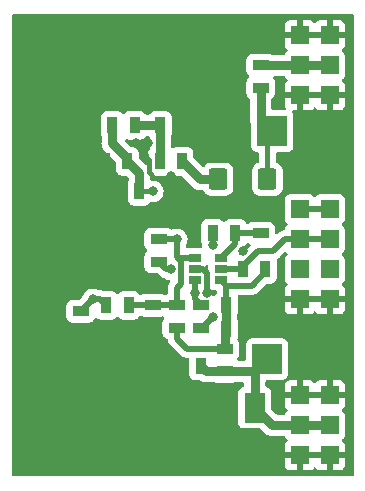
<source format=gbr>
%TF.GenerationSoftware,KiCad,Pcbnew,7.0.5.1-1-g8f565ef7f0-dirty-deb11*%
%TF.CreationDate,2023-07-10T01:40:10+00:00*%
%TF.ProjectId,SIPM02,5349504d-3032-42e6-9b69-6361645f7063,rev?*%
%TF.SameCoordinates,Original*%
%TF.FileFunction,Copper,L2,Bot*%
%TF.FilePolarity,Positive*%
%FSLAX46Y46*%
G04 Gerber Fmt 4.6, Leading zero omitted, Abs format (unit mm)*
G04 Created by KiCad (PCBNEW 7.0.5.1-1-g8f565ef7f0-dirty-deb11) date 2023-07-10 01:40:10*
%MOMM*%
%LPD*%
G01*
G04 APERTURE LIST*
G04 Aperture macros list*
%AMRoundRect*
0 Rectangle with rounded corners*
0 $1 Rounding radius*
0 $2 $3 $4 $5 $6 $7 $8 $9 X,Y pos of 4 corners*
0 Add a 4 corners polygon primitive as box body*
4,1,4,$2,$3,$4,$5,$6,$7,$8,$9,$2,$3,0*
0 Add four circle primitives for the rounded corners*
1,1,$1+$1,$2,$3*
1,1,$1+$1,$4,$5*
1,1,$1+$1,$6,$7*
1,1,$1+$1,$8,$9*
0 Add four rect primitives between the rounded corners*
20,1,$1+$1,$2,$3,$4,$5,0*
20,1,$1+$1,$4,$5,$6,$7,0*
20,1,$1+$1,$6,$7,$8,$9,0*
20,1,$1+$1,$8,$9,$2,$3,0*%
%AMOutline4P*
0 Free polygon, 4 corners , with rotation*
0 The origin of the aperture is its center*
0 number of corners: always 4*
0 $1 to $8 corner X, Y*
0 $9 Rotation angle, in degrees counterclockwise*
0 create outline with 4 corners*
4,1,4,$1,$2,$3,$4,$5,$6,$7,$8,$1,$2,$9*%
G04 Aperture macros list end*
%TA.AperFunction,ComponentPad*%
%ADD10C,6.000000*%
%TD*%
%TA.AperFunction,ComponentPad*%
%ADD11R,1.524000X1.524000*%
%TD*%
%TA.AperFunction,SMDPad,CuDef*%
%ADD12R,0.889000X1.397000*%
%TD*%
%TA.AperFunction,SMDPad,CuDef*%
%ADD13R,1.397000X0.889000*%
%TD*%
%TA.AperFunction,SMDPad,CuDef*%
%ADD14R,1.800000X2.500000*%
%TD*%
%TA.AperFunction,SMDPad,CuDef*%
%ADD15R,2.550160X2.499360*%
%TD*%
%TA.AperFunction,SMDPad,CuDef*%
%ADD16RoundRect,0.250000X0.537500X0.650000X-0.537500X0.650000X-0.537500X-0.650000X0.537500X-0.650000X0*%
%TD*%
%TA.AperFunction,SMDPad,CuDef*%
%ADD17Outline4P,-0.750000X-1.500000X0.750000X-1.500000X0.750000X1.500000X-0.750000X1.500000X180.000000*%
%TD*%
%TA.AperFunction,SMDPad,CuDef*%
%ADD18RoundRect,0.250425X0.537075X0.649575X-0.537075X0.649575X-0.537075X-0.649575X0.537075X-0.649575X0*%
%TD*%
%TA.AperFunction,SMDPad,CuDef*%
%ADD19R,1.060000X0.650000*%
%TD*%
%TA.AperFunction,ViaPad*%
%ADD20C,0.800000*%
%TD*%
%TA.AperFunction,Conductor*%
%ADD21C,0.800000*%
%TD*%
%TA.AperFunction,Conductor*%
%ADD22C,0.400000*%
%TD*%
%TA.AperFunction,Conductor*%
%ADD23C,0.500000*%
%TD*%
G04 APERTURE END LIST*
D10*
%TO.P,M2,1*%
%TO.N,GND*%
X5207000Y5080000D03*
%TD*%
%TO.P,M3,1*%
%TO.N,GND*%
X5207000Y35560000D03*
%TD*%
D11*
%TO.P,J10,1*%
%TO.N,/#PD*%
X25273000Y20828000D03*
%TO.P,J10,2*%
X27813000Y20828000D03*
%TD*%
%TO.P,J8,1*%
%TO.N,/OUT*%
X25273000Y18288000D03*
%TO.P,J8,2*%
X27813000Y18288000D03*
%TD*%
%TO.P,J4,1*%
%TO.N,GND*%
X25273000Y2540000D03*
%TO.P,J4,2*%
X27813000Y2540000D03*
%TD*%
%TO.P,J9,1*%
%TO.N,GND*%
X25273000Y15748000D03*
%TO.P,J9,2*%
X27813000Y15748000D03*
%TD*%
%TO.P,J1,1*%
%TO.N,GND*%
X25273000Y33020000D03*
%TO.P,J1,2*%
X27813000Y33020000D03*
%TD*%
%TO.P,J2,1*%
%TO.N,+28V*%
X25273000Y35560000D03*
%TO.P,J2,2*%
X27813000Y35560000D03*
%TD*%
%TO.P,J3,1*%
%TO.N,GND*%
X25273000Y38100000D03*
%TO.P,J3,2*%
X27813000Y38100000D03*
%TD*%
%TO.P,J5,1*%
%TO.N,/+3V6*%
X27813000Y5080000D03*
%TO.P,J5,2*%
X25273000Y5080000D03*
%TD*%
%TO.P,J6,1*%
%TO.N,GND*%
X27813000Y7620000D03*
%TO.P,J6,2*%
X25273000Y7620000D03*
%TD*%
%TO.P,J7,1*%
%TO.N,/DIRECT_OUT*%
X25273000Y23368000D03*
%TO.P,J7,2*%
X27813000Y23368000D03*
%TD*%
D10*
%TO.P,M1,1*%
%TO.N,GND*%
X15367000Y5080000D03*
%TD*%
%TO.P,M4,1*%
%TO.N,GND*%
X15367000Y35560000D03*
%TD*%
D12*
%TO.P,C5,1*%
%TO.N,Net-(C5-Pad1)*%
X13462000Y30480000D03*
%TO.P,C5,2*%
%TO.N,GND*%
X15367000Y30480000D03*
%TD*%
%TO.P,R10,1*%
%TO.N,Net-(R10-Pad1)*%
X17907000Y21336000D03*
%TO.P,R10,2*%
%TO.N,Net-(R10-Pad2)*%
X19812000Y21336000D03*
%TD*%
D13*
%TO.P,R3,1*%
%TO.N,+3V3*%
X18923000Y11557000D03*
%TO.P,R3,2*%
%TO.N,/+3V6*%
X18923000Y9652000D03*
%TD*%
D12*
%TO.P,C4,1*%
%TO.N,/+3V6*%
X16891000Y10096500D03*
%TO.P,C4,2*%
%TO.N,GND*%
X14986000Y10096500D03*
%TD*%
D14*
%TO.P,D1,1,K*%
%TO.N,/+3V6*%
X21463000Y6572000D03*
%TO.P,D1,2,A*%
%TO.N,GND*%
X21463000Y2572000D03*
%TD*%
D12*
%TO.P,C7,1*%
%TO.N,+3V3*%
X19050000Y13208000D03*
%TO.P,C7,2*%
%TO.N,GND*%
X20955000Y13208000D03*
%TD*%
D15*
%TO.P,C3,1*%
%TO.N,/+3V6*%
X22494240Y10668000D03*
%TO.P,C3,2*%
%TO.N,GND*%
X27543760Y10668000D03*
%TD*%
D12*
%TO.P,C8,1*%
%TO.N,+3V3*%
X19050000Y15240000D03*
%TO.P,C8,2*%
%TO.N,GND*%
X20955000Y15240000D03*
%TD*%
%TO.P,R2,1*%
%TO.N,Net-(C5-Pad1)*%
X13398500Y27432000D03*
%TO.P,R2,2*%
%TO.N,Net-(C2-Pad3)*%
X15303500Y27432000D03*
%TD*%
%TO.P,C6,1*%
%TO.N,Net-(C6-Pad1)*%
X10668000Y27432000D03*
%TO.P,C6,2*%
%TO.N,GND*%
X8763000Y27432000D03*
%TD*%
D15*
%TO.P,C1,1*%
%TO.N,Net-(C1-Pad1)*%
X22956520Y29987240D03*
%TO.P,C1,2*%
%TO.N,GND*%
X17907000Y29987240D03*
%TD*%
D16*
%TO.P,C2,1,1*%
%TO.N,Net-(C1-Pad1)*%
X22534500Y25908000D03*
D17*
%TO.P,C2,2,2*%
%TO.N,GND*%
X20447000Y25908000D03*
D18*
%TO.P,C2,3,3*%
%TO.N,Net-(C2-Pad3)*%
X18359500Y25908000D03*
%TD*%
D12*
%TO.P,C9,1*%
%TO.N,Net-(C6-Pad1)*%
X11684000Y24892000D03*
%TO.P,C9,2*%
%TO.N,GND*%
X9779000Y24892000D03*
%TD*%
%TO.P,C10,1*%
%TO.N,/DIRECT_OUT*%
X10795000Y15240000D03*
%TO.P,C10,2*%
%TO.N,Net-(C10-Pad2)*%
X8890000Y15240000D03*
%TD*%
D13*
%TO.P,R1,1*%
%TO.N,Net-(C1-Pad1)*%
X21971000Y33655000D03*
%TO.P,R1,2*%
%TO.N,+28V*%
X21971000Y35560000D03*
%TD*%
D12*
%TO.P,R4,1*%
%TO.N,Net-(C6-Pad1)*%
X9398000Y30480000D03*
%TO.P,R4,2*%
%TO.N,Net-(C5-Pad1)*%
X11303000Y30480000D03*
%TD*%
D13*
%TO.P,R5,1*%
%TO.N,GND*%
X6731000Y12827000D03*
%TO.P,R5,2*%
%TO.N,Net-(C10-Pad2)*%
X6731000Y14732000D03*
%TD*%
%TO.P,R6,1*%
%TO.N,Net-(R6-Pad1)*%
X13335000Y18923000D03*
%TO.P,R6,2*%
%TO.N,/DIRECT_OUT*%
X13335000Y20828000D03*
%TD*%
%TO.P,R7,1*%
%TO.N,+3V3*%
X14859000Y13335000D03*
%TO.P,R7,2*%
%TO.N,/DIRECT_OUT*%
X14859000Y15240000D03*
%TD*%
%TO.P,R8,1*%
%TO.N,/DIRECT_OUT*%
X12827000Y15240000D03*
%TO.P,R8,2*%
%TO.N,GND*%
X12827000Y13335000D03*
%TD*%
%TO.P,R9,1*%
%TO.N,Net-(R10-Pad2)*%
X21971000Y21336000D03*
%TO.P,R9,2*%
%TO.N,GND*%
X21971000Y23241000D03*
%TD*%
D12*
%TO.P,R11,1*%
%TO.N,+3V3*%
X22352000Y18288000D03*
%TO.P,R11,2*%
%TO.N,/#PD*%
X20447000Y18288000D03*
%TD*%
D13*
%TO.P,R12,1*%
%TO.N,/OUT*%
X16891000Y13335000D03*
%TO.P,R12,2*%
%TO.N,Net-(R10-Pad1)*%
X16891000Y15240000D03*
%TD*%
D19*
%TO.P,U2,1*%
%TO.N,Net-(R10-Pad1)*%
X16383000Y17338000D03*
%TO.P,U2,2,V-*%
%TO.N,GND*%
X16383000Y18288000D03*
%TO.P,U2,3,+*%
%TO.N,/DIRECT_OUT*%
X16383000Y19238000D03*
%TO.P,U2,4,-*%
%TO.N,Net-(R10-Pad2)*%
X18583000Y19238000D03*
%TO.P,U2,5,~{DIS}*%
%TO.N,/#PD*%
X18583000Y18288000D03*
%TO.P,U2,6,V+*%
%TO.N,+3V3*%
X18583000Y17338000D03*
%TD*%
D20*
%TO.N,GND*%
X6096000Y26670000D03*
X7239000Y28448000D03*
X12827000Y11684000D03*
X16256000Y24384000D03*
X9271000Y33020000D03*
X10287000Y10160000D03*
X12065000Y27940000D03*
X10795000Y33020000D03*
X8763000Y13208000D03*
X20955000Y38100000D03*
X28067000Y25908000D03*
X22987000Y16256000D03*
X18415000Y23368000D03*
X7239000Y30988000D03*
X14351000Y26162000D03*
X10287000Y13208000D03*
X26035000Y13208000D03*
X11430000Y28956000D03*
X27559000Y13208000D03*
X16383000Y23368000D03*
X17399000Y16284502D03*
X26035000Y25908000D03*
X22987000Y13208000D03*
X7239000Y29464000D03*
X22987000Y14732000D03*
X20447000Y19812000D03*
X28067000Y27432000D03*
X24511000Y13208000D03*
X16383000Y22352000D03*
X7239000Y10160000D03*
X5715000Y10160000D03*
X6096000Y27813000D03*
X8763000Y10160000D03*
X22987000Y38100000D03*
X12446000Y28956000D03*
X26035000Y27432000D03*
X11811000Y10160000D03*
X13335000Y10160000D03*
X7239000Y27432000D03*
X28067000Y29464000D03*
X28067000Y30988000D03*
X26035000Y30988000D03*
X19431000Y36068000D03*
X7239000Y26543000D03*
X19431000Y34544000D03*
X19431000Y32512000D03*
X26035000Y29464000D03*
X19939000Y23368000D03*
X19431000Y38100000D03*
%TO.N,Net-(C6-Pad1)*%
X12827000Y24892000D03*
%TO.N,/DIRECT_OUT*%
X14859000Y20828000D03*
%TO.N,Net-(C10-Pad2)*%
X7747000Y15748000D03*
%TO.N,/OUT*%
X17907000Y14224000D03*
%TO.N,Net-(R6-Pad1)*%
X14351000Y18288000D03*
%TO.N,Net-(R10-Pad1)*%
X17907000Y20320000D03*
X16383000Y16256000D03*
%TD*%
D21*
%TO.N,Net-(C1-Pad1)*%
X22534500Y29565220D02*
X22956520Y29987240D01*
X21971000Y33655000D02*
X21971000Y30972760D01*
D22*
X22534500Y25908000D02*
X22534500Y29565220D01*
D21*
X21971000Y30972760D02*
X22956520Y29987240D01*
D23*
%TO.N,GND*%
X17098002Y18288000D02*
X17399000Y17987002D01*
X13398500Y10096500D02*
X13335000Y10160000D01*
X22987000Y14732000D02*
X22987000Y16256000D01*
D22*
X14351000Y26162000D02*
X14224000Y26035000D01*
X14224000Y26035000D02*
X12933380Y26035000D01*
D23*
X11811000Y10160000D02*
X10287000Y10160000D01*
D22*
X12483520Y27521480D02*
X12065000Y27940000D01*
D23*
X17399000Y17987002D02*
X17399000Y16284502D01*
X21971000Y23241000D02*
X20066000Y23241000D01*
X17907000Y30988000D02*
X19431000Y32512000D01*
X17907000Y29987240D02*
X17907000Y30988000D01*
X14986000Y10096500D02*
X13398500Y10096500D01*
X7239000Y27432000D02*
X7239000Y28448000D01*
X18415000Y23368000D02*
X16383000Y23368000D01*
X16383000Y18288000D02*
X17098002Y18288000D01*
X20066000Y23241000D02*
X19939000Y23368000D01*
D22*
X12483520Y26484860D02*
X12483520Y27521480D01*
D23*
X19431000Y34544000D02*
X19431000Y36068000D01*
X26035000Y13208000D02*
X24511000Y13208000D01*
X7239000Y28448000D02*
X7239000Y29464000D01*
X27543760Y10668000D02*
X27543760Y13192760D01*
X27543760Y13192760D02*
X27559000Y13208000D01*
X20955000Y13208000D02*
X22987000Y13208000D01*
X8763000Y27432000D02*
X7239000Y27432000D01*
D22*
X12933380Y26035000D02*
X12483520Y26484860D01*
D23*
X8763000Y10160000D02*
X7239000Y10160000D01*
D21*
%TO.N,Net-(C2-Pad3)*%
X16827500Y25908000D02*
X15303500Y27432000D01*
X18359500Y25908000D02*
X16827500Y25908000D01*
%TO.N,/+3V6*%
X21478240Y9652000D02*
X22494240Y10668000D01*
X25273000Y5080000D02*
X22955000Y5080000D01*
X17335500Y9652000D02*
X16891000Y10096500D01*
X21463000Y6572000D02*
X21463000Y9636760D01*
X22955000Y5080000D02*
X21463000Y6572000D01*
X18923000Y9652000D02*
X17335500Y9652000D01*
X21463000Y9636760D02*
X22494240Y10668000D01*
X18923000Y9652000D02*
X21478240Y9652000D01*
X27813000Y5080000D02*
X25273000Y5080000D01*
%TO.N,Net-(C5-Pad1)*%
X11303000Y30480000D02*
X13462000Y30480000D01*
X13462000Y30480000D02*
X13462000Y27495500D01*
X13462000Y27495500D02*
X13398500Y27432000D01*
%TO.N,Net-(C6-Pad1)*%
X10668000Y27686000D02*
X10668000Y27432000D01*
X10668000Y27432000D02*
X11684000Y26416000D01*
X9398000Y28956000D02*
X10668000Y27686000D01*
D22*
X12827000Y24892000D02*
X11684000Y24892000D01*
D21*
X9398000Y30480000D02*
X9398000Y28956000D01*
X11684000Y26416000D02*
X11684000Y24892000D01*
%TO.N,+3V3*%
X18923000Y13081000D02*
X19050000Y13208000D01*
D23*
X19050000Y16871000D02*
X21189000Y16871000D01*
X21189000Y16871000D02*
X22352000Y18034000D01*
X19050000Y15240000D02*
X19050000Y16871000D01*
D21*
X19050000Y13208000D02*
X19050000Y15240000D01*
D23*
X22352000Y18034000D02*
X22352000Y18288000D01*
X17724500Y11557000D02*
X18923000Y11557000D01*
X19050000Y16871000D02*
X18583000Y17338000D01*
D21*
X18923000Y11557000D02*
X18923000Y13081000D01*
D23*
X15692500Y11557000D02*
X17724500Y11557000D01*
X14859000Y12390500D02*
X15692500Y11557000D01*
X14859000Y13335000D02*
X14859000Y12390500D01*
%TO.N,/DIRECT_OUT*%
X12827000Y15240000D02*
X14859000Y15240000D01*
X10795000Y15240000D02*
X12827000Y15240000D01*
X15201001Y17034501D02*
X15201001Y18961999D01*
X14859000Y20828000D02*
X14859000Y19304000D01*
X13335000Y20828000D02*
X14859000Y20828000D01*
X14859000Y15240000D02*
X14859000Y16692500D01*
X14925000Y19238000D02*
X14859000Y19304000D01*
X27813000Y23368000D02*
X25273000Y23368000D01*
X16383000Y19238000D02*
X14925000Y19238000D01*
X15201001Y18961999D02*
X14859000Y19304000D01*
X14859000Y16692500D02*
X15201001Y17034501D01*
%TO.N,Net-(C10-Pad2)*%
X7747000Y15748000D02*
X8382000Y15748000D01*
X8382000Y15748000D02*
X8890000Y15240000D01*
X6731000Y14732000D02*
X7747000Y15748000D01*
D21*
%TO.N,+28V*%
X27813000Y35560000D02*
X25273000Y35560000D01*
X25273000Y35560000D02*
X21971000Y35560000D01*
D23*
%TO.N,/OUT*%
X16891000Y13335000D02*
X17018000Y13335000D01*
X17018000Y13335000D02*
X17907000Y14224000D01*
%TO.N,/#PD*%
X21709000Y19804000D02*
X22987000Y19804000D01*
X20447000Y18288000D02*
X20447000Y18542000D01*
X25273000Y20828000D02*
X24011000Y20828000D01*
X20447000Y18542000D02*
X21709000Y19804000D01*
X27813000Y20828000D02*
X25273000Y20828000D01*
X18583000Y18288000D02*
X20447000Y18288000D01*
X24011000Y20828000D02*
X22987000Y19804000D01*
%TO.N,Net-(R6-Pad1)*%
X13970000Y18288000D02*
X13335000Y18923000D01*
X14351000Y18288000D02*
X13970000Y18288000D01*
%TO.N,Net-(R10-Pad2)*%
X19812000Y20467000D02*
X19812000Y21336000D01*
X19812000Y21336000D02*
X21971000Y21336000D01*
X18583000Y19238000D02*
X19812000Y20467000D01*
%TO.N,Net-(R10-Pad1)*%
X16383000Y15748000D02*
X16891000Y15240000D01*
X16383000Y17338000D02*
X16383000Y16256000D01*
X17907000Y20320000D02*
X17907000Y21336000D01*
X16383000Y16256000D02*
X16383000Y15748000D01*
%TD*%
%TA.AperFunction,Conductor*%
%TO.N,GND*%
G36*
X27394553Y2704228D02*
G01*
X27364736Y2573593D01*
X27374749Y2439972D01*
X27423703Y2315240D01*
X27447021Y2286000D01*
X25639618Y2286000D01*
X25691447Y2375772D01*
X25721264Y2506407D01*
X25711251Y2640028D01*
X25662297Y2764760D01*
X25638979Y2794000D01*
X27446382Y2794000D01*
X27394553Y2704228D01*
G37*
%TD.AperFunction*%
%TA.AperFunction,Conductor*%
G36*
X27394553Y7784228D02*
G01*
X27364736Y7653593D01*
X27374749Y7519972D01*
X27423703Y7395240D01*
X27447021Y7366000D01*
X25639618Y7366000D01*
X25691447Y7455772D01*
X25721264Y7586407D01*
X25711251Y7720028D01*
X25662297Y7844760D01*
X25638979Y7874000D01*
X27446382Y7874000D01*
X27394553Y7784228D01*
G37*
%TD.AperFunction*%
%TA.AperFunction,Conductor*%
G36*
X27394553Y15912228D02*
G01*
X27364736Y15781593D01*
X27374749Y15647972D01*
X27423703Y15523240D01*
X27447021Y15494000D01*
X25639618Y15494000D01*
X25691447Y15583772D01*
X25721264Y15714407D01*
X25711251Y15848028D01*
X25662297Y15972760D01*
X25638979Y16002000D01*
X27446382Y16002000D01*
X27394553Y15912228D01*
G37*
%TD.AperFunction*%
%TA.AperFunction,Conductor*%
G36*
X17543389Y16836179D02*
G01*
X17593589Y16785975D01*
X17601054Y16769629D01*
X17602110Y16766797D01*
X17602112Y16766792D01*
X17689738Y16649738D01*
X17806792Y16562112D01*
X17806797Y16562110D01*
X17943795Y16511011D01*
X17943803Y16511009D01*
X18004350Y16504500D01*
X18004362Y16504500D01*
X18142291Y16504500D01*
X18210412Y16484498D01*
X18256905Y16430842D01*
X18267009Y16360568D01*
X18243159Y16302991D01*
X18154612Y16184707D01*
X18154611Y16184704D01*
X18129444Y16117231D01*
X18086897Y16060396D01*
X18020376Y16035586D01*
X17951002Y16050678D01*
X17935885Y16060393D01*
X17835704Y16135389D01*
X17703377Y16184745D01*
X17698704Y16186488D01*
X17698703Y16186488D01*
X17698701Y16186489D01*
X17698699Y16186489D01*
X17698696Y16186490D01*
X17638149Y16192999D01*
X17638145Y16192999D01*
X17638138Y16193000D01*
X17638132Y16193000D01*
X17416577Y16193000D01*
X17348456Y16213002D01*
X17301963Y16266658D01*
X17291267Y16305830D01*
X17277114Y16440489D01*
X17276542Y16445928D01*
X17250350Y16526534D01*
X17248323Y16597502D01*
X17273178Y16640789D01*
X17270861Y16642525D01*
X17363887Y16766792D01*
X17363889Y16766797D01*
X17364946Y16769629D01*
X17366755Y16772045D01*
X17368205Y16774701D01*
X17368586Y16774492D01*
X17407494Y16826463D01*
X17474015Y16851272D01*
X17543389Y16836179D01*
G37*
%TD.AperFunction*%
%TA.AperFunction,Conductor*%
G36*
X17507596Y18618589D02*
G01*
X17541621Y18556277D01*
X17544500Y18529494D01*
X17544500Y18046505D01*
X17524498Y17978384D01*
X17470842Y17931891D01*
X17400568Y17921787D01*
X17335988Y17951281D01*
X17317632Y17970996D01*
X17276261Y18026261D01*
X17159207Y18113887D01*
X17159206Y18113887D01*
X17159204Y18113889D01*
X17022201Y18164989D01*
X17022195Y18164989D01*
X17020556Y18165378D01*
X17019410Y18166030D01*
X17014816Y18167744D01*
X17015093Y18168488D01*
X16958862Y18200512D01*
X16925956Y18263422D01*
X16932286Y18334136D01*
X16975842Y18390202D01*
X17014897Y18408037D01*
X17014816Y18408256D01*
X17017866Y18409393D01*
X17020556Y18410622D01*
X17022202Y18411011D01*
X17159202Y18462110D01*
X17159207Y18462112D01*
X17276259Y18549737D01*
X17276259Y18549738D01*
X17276261Y18549739D01*
X17317632Y18605004D01*
X17374468Y18647550D01*
X17445284Y18652614D01*
X17507596Y18618589D01*
G37*
%TD.AperFunction*%
%TA.AperFunction,Conductor*%
G36*
X20910994Y20525322D02*
G01*
X20926118Y20515602D01*
X21026292Y20440613D01*
X21034201Y20436295D01*
X21032989Y20434076D01*
X21079073Y20399573D01*
X21103880Y20333051D01*
X21088783Y20263678D01*
X21067295Y20234976D01*
X20364224Y19531905D01*
X20301912Y19497879D01*
X20275129Y19495000D01*
X20216871Y19495000D01*
X20148750Y19515002D01*
X20102257Y19568658D01*
X20092153Y19638932D01*
X20121647Y19703512D01*
X20127776Y19710095D01*
X20302773Y19885092D01*
X20316627Y19897065D01*
X20336057Y19911530D01*
X20369994Y19951975D01*
X20373702Y19956021D01*
X20379580Y19961899D01*
X20399562Y19987170D01*
X20400719Y19988591D01*
X20420958Y20012711D01*
X20450032Y20047360D01*
X20450035Y20047366D01*
X20454067Y20053495D01*
X20454123Y20053457D01*
X20458172Y20059813D01*
X20458115Y20059849D01*
X20461965Y20066092D01*
X20461967Y20066094D01*
X20494397Y20135643D01*
X20495154Y20137209D01*
X20517042Y20180790D01*
X20554130Y20225108D01*
X20619761Y20274238D01*
X20707387Y20391292D01*
X20707387Y20391294D01*
X20707389Y20391296D01*
X20732555Y20458769D01*
X20775099Y20515602D01*
X20841620Y20540413D01*
X20910994Y20525322D01*
G37*
%TD.AperFunction*%
%TA.AperFunction,Conductor*%
G36*
X12495621Y29551498D02*
G01*
X12542114Y29497842D01*
X12553500Y29445500D01*
X12553500Y28485952D01*
X12533498Y28417831D01*
X12528368Y28410443D01*
X12503111Y28376704D01*
X12503111Y28376703D01*
X12503109Y28376701D01*
X12452011Y28239704D01*
X12452009Y28239696D01*
X12445500Y28179149D01*
X12445500Y27243502D01*
X12425498Y27175381D01*
X12371842Y27128888D01*
X12301568Y27118784D01*
X12236988Y27148278D01*
X12230405Y27154407D01*
X11657905Y27726907D01*
X11623879Y27789219D01*
X11621000Y27816002D01*
X11621000Y28179132D01*
X11620999Y28179149D01*
X11614490Y28239696D01*
X11614488Y28239704D01*
X11596970Y28286671D01*
X11563389Y28376704D01*
X11531688Y28419051D01*
X11475761Y28493761D01*
X11358707Y28581387D01*
X11358706Y28581387D01*
X11358704Y28581389D01*
X11221701Y28632489D01*
X11221699Y28632489D01*
X11221696Y28632490D01*
X11161149Y28638999D01*
X11161145Y28638999D01*
X11161138Y28639000D01*
X11161132Y28639000D01*
X11052004Y28639000D01*
X10983883Y28659002D01*
X10962909Y28675904D01*
X10752485Y28886328D01*
X10536876Y29101935D01*
X10502852Y29164248D01*
X10507916Y29235063D01*
X10550463Y29291899D01*
X10616983Y29316710D01*
X10670005Y29309086D01*
X10749295Y29279511D01*
X10749303Y29279509D01*
X10809850Y29273000D01*
X10809862Y29273000D01*
X11796149Y29273000D01*
X11856696Y29279509D01*
X11856704Y29279511D01*
X11993702Y29330610D01*
X11993707Y29330612D01*
X12110761Y29418238D01*
X12187694Y29521009D01*
X12244530Y29563556D01*
X12288562Y29571500D01*
X12427500Y29571500D01*
X12495621Y29551498D01*
G37*
%TD.AperFunction*%
%TA.AperFunction,Conductor*%
G36*
X24003561Y34631498D02*
G01*
X24050054Y34577842D01*
X24053495Y34569534D01*
X24060111Y34551795D01*
X24060112Y34551792D01*
X24147738Y34434739D01*
X24206761Y34390554D01*
X24249306Y34333717D01*
X24254370Y34262902D01*
X24220344Y34200590D01*
X24206759Y34188819D01*
X24148095Y34144904D01*
X24060555Y34027965D01*
X24060555Y34027964D01*
X24009505Y33891093D01*
X24003000Y33830597D01*
X24003000Y33274000D01*
X24906382Y33274000D01*
X24854553Y33184228D01*
X24824736Y33053593D01*
X24834749Y32919972D01*
X24883703Y32795240D01*
X24907021Y32766000D01*
X24003000Y32766000D01*
X24003000Y32209402D01*
X24009505Y32148906D01*
X24060554Y32012036D01*
X24109294Y31946930D01*
X24134105Y31880409D01*
X24119014Y31811035D01*
X24068812Y31760833D01*
X24008426Y31745420D01*
X23005500Y31745420D01*
X22937379Y31765422D01*
X22890886Y31819078D01*
X22879500Y31871420D01*
X22879500Y32669438D01*
X22899502Y32737559D01*
X22929991Y32770306D01*
X23032761Y32847238D01*
X23120387Y32964292D01*
X23120389Y32964297D01*
X23171488Y33101295D01*
X23171490Y33101303D01*
X23177999Y33161850D01*
X23178000Y33161867D01*
X23178000Y34148132D01*
X23177999Y34148149D01*
X23171490Y34208696D01*
X23171488Y34208704D01*
X23141352Y34289500D01*
X23120389Y34345704D01*
X23053739Y34434738D01*
X23042321Y34449991D01*
X23017510Y34516511D01*
X23032601Y34585885D01*
X23082803Y34636087D01*
X23143189Y34651500D01*
X23935440Y34651500D01*
X24003561Y34631498D01*
G37*
%TD.AperFunction*%
%TA.AperFunction,Conductor*%
G36*
X27394553Y33184228D02*
G01*
X27364736Y33053593D01*
X27374749Y32919972D01*
X27423703Y32795240D01*
X27447021Y32766000D01*
X25639618Y32766000D01*
X25691447Y32855772D01*
X25721264Y32986407D01*
X25711251Y33120028D01*
X25662297Y33244760D01*
X25638979Y33274000D01*
X27446382Y33274000D01*
X27394553Y33184228D01*
G37*
%TD.AperFunction*%
%TA.AperFunction,Conductor*%
G36*
X27394553Y38264228D02*
G01*
X27364736Y38133593D01*
X27374749Y37999972D01*
X27423703Y37875240D01*
X27447021Y37846000D01*
X25639618Y37846000D01*
X25691447Y37935772D01*
X25721264Y38066407D01*
X25711251Y38200028D01*
X25662297Y38324760D01*
X25638979Y38354000D01*
X27446382Y38354000D01*
X27394553Y38264228D01*
G37*
%TD.AperFunction*%
%TA.AperFunction,Conductor*%
G36*
X29794621Y39865498D02*
G01*
X29841114Y39811842D01*
X29852500Y39759500D01*
X29852500Y880500D01*
X29832498Y812379D01*
X29778842Y765886D01*
X29726500Y754500D01*
X1007500Y754500D01*
X939379Y774502D01*
X892886Y828158D01*
X881500Y880500D01*
X881500Y14238850D01*
X5524000Y14238850D01*
X5530509Y14178303D01*
X5530511Y14178295D01*
X5581610Y14041297D01*
X5581612Y14041292D01*
X5669238Y13924238D01*
X5786292Y13836612D01*
X5786297Y13836610D01*
X5923295Y13785511D01*
X5923303Y13785509D01*
X5983850Y13779000D01*
X5983862Y13779000D01*
X7478149Y13779000D01*
X7538696Y13785509D01*
X7538704Y13785511D01*
X7675702Y13836610D01*
X7675707Y13836612D01*
X7792761Y13924238D01*
X7880387Y14041292D01*
X7880389Y14041297D01*
X7905555Y14108767D01*
X7948102Y14165603D01*
X8014622Y14190413D01*
X8083996Y14175321D01*
X8099119Y14165602D01*
X8199292Y14090612D01*
X8199297Y14090610D01*
X8336295Y14039511D01*
X8336303Y14039509D01*
X8396850Y14033000D01*
X8396862Y14033000D01*
X9383149Y14033000D01*
X9443696Y14039509D01*
X9443704Y14039511D01*
X9580702Y14090610D01*
X9580707Y14090612D01*
X9697761Y14178239D01*
X9741633Y14236843D01*
X9798469Y14279389D01*
X9869284Y14284453D01*
X9931596Y14250428D01*
X9943367Y14236843D01*
X9987238Y14178239D01*
X10104292Y14090612D01*
X10104297Y14090610D01*
X10241295Y14039511D01*
X10241303Y14039509D01*
X10301850Y14033000D01*
X10301862Y14033000D01*
X11288149Y14033000D01*
X11348696Y14039509D01*
X11348704Y14039511D01*
X11485702Y14090610D01*
X11485707Y14090612D01*
X11602761Y14178238D01*
X11690387Y14295292D01*
X11694705Y14303201D01*
X11697672Y14301580D01*
X11730351Y14345260D01*
X11796863Y14370090D01*
X11866242Y14355019D01*
X11881393Y14345286D01*
X11882291Y14344613D01*
X11882297Y14344610D01*
X12019295Y14293511D01*
X12019303Y14293509D01*
X12079850Y14287000D01*
X12079862Y14287000D01*
X13574149Y14287000D01*
X13642539Y14294353D01*
X13642781Y14292099D01*
X13702226Y14288911D01*
X13759810Y14247384D01*
X13785802Y14181316D01*
X13771949Y14111684D01*
X13761171Y14094581D01*
X13709612Y14025707D01*
X13709610Y14025702D01*
X13658511Y13888704D01*
X13658509Y13888696D01*
X13652000Y13828149D01*
X13652000Y12841850D01*
X13658509Y12781303D01*
X13658511Y12781295D01*
X13709610Y12644297D01*
X13709612Y12644292D01*
X13797238Y12527238D01*
X13914292Y12439612D01*
X13914295Y12439611D01*
X14024792Y12398397D01*
X14081627Y12355850D01*
X14106278Y12291325D01*
X14111112Y12236075D01*
X14112596Y12228889D01*
X14112533Y12228876D01*
X14114168Y12221503D01*
X14114231Y12221518D01*
X14115922Y12214381D01*
X14142166Y12142273D01*
X14142767Y12140545D01*
X14166887Y12067760D01*
X14169987Y12061112D01*
X14169926Y12061083D01*
X14173214Y12054292D01*
X14173273Y12054322D01*
X14176563Y12047769D01*
X14218732Y11983654D01*
X14219716Y11982109D01*
X14259968Y11916851D01*
X14264525Y11911088D01*
X14264473Y11911047D01*
X14269233Y11905204D01*
X14269283Y11905246D01*
X14273997Y11899628D01*
X14329822Y11846958D01*
X14331136Y11845682D01*
X15110592Y11066225D01*
X15122562Y11052376D01*
X15137030Y11032943D01*
X15177471Y10999007D01*
X15181517Y10995300D01*
X15187397Y10989421D01*
X15187405Y10989414D01*
X15212677Y10969430D01*
X15214094Y10968276D01*
X15272864Y10918964D01*
X15278991Y10914935D01*
X15278955Y10914880D01*
X15285320Y10910825D01*
X15285355Y10910882D01*
X15291599Y10907030D01*
X15361123Y10874609D01*
X15362770Y10873812D01*
X15431306Y10839393D01*
X15438207Y10836882D01*
X15438184Y10836820D01*
X15445310Y10834343D01*
X15445331Y10834404D01*
X15452295Y10832096D01*
X15527460Y10816574D01*
X15529247Y10816178D01*
X15603841Y10798500D01*
X15611134Y10797648D01*
X15611126Y10797580D01*
X15618622Y10796814D01*
X15618628Y10796881D01*
X15625941Y10796241D01*
X15625942Y10796241D01*
X15629145Y10796334D01*
X15702675Y10798473D01*
X15704507Y10798500D01*
X15812000Y10798500D01*
X15880121Y10778498D01*
X15926614Y10724842D01*
X15938000Y10672500D01*
X15938000Y9349350D01*
X15944509Y9288803D01*
X15944511Y9288795D01*
X15995610Y9151797D01*
X15995612Y9151792D01*
X16083238Y9034738D01*
X16200292Y8947112D01*
X16200297Y8947110D01*
X16337295Y8896011D01*
X16337303Y8896009D01*
X16397850Y8889500D01*
X16397862Y8889500D01*
X16800597Y8889500D01*
X16857802Y8875765D01*
X16877612Y8865671D01*
X16900399Y8854060D01*
X16903295Y8852487D01*
X16963942Y8817473D01*
X16963946Y8817471D01*
X16977328Y8813123D01*
X16995584Y8805561D01*
X17008126Y8799170D01*
X17008131Y8799169D01*
X17075800Y8781036D01*
X17078961Y8780100D01*
X17145571Y8758458D01*
X17145572Y8758457D01*
X17159579Y8756985D01*
X17179003Y8753385D01*
X17192597Y8749743D01*
X17192598Y8749742D01*
X17192602Y8749742D01*
X17262543Y8746076D01*
X17265824Y8745818D01*
X17268493Y8745537D01*
X17287874Y8743501D01*
X17287884Y8743500D01*
X17287890Y8743500D01*
X17310076Y8743500D01*
X17313346Y8743414D01*
X17341313Y8741949D01*
X17383308Y8739747D01*
X17397206Y8741949D01*
X17416917Y8743500D01*
X17990716Y8743500D01*
X18034748Y8735555D01*
X18051051Y8729474D01*
X18115298Y8705510D01*
X18115303Y8705509D01*
X18175850Y8699000D01*
X18175862Y8699000D01*
X19670149Y8699000D01*
X19730696Y8705509D01*
X19730701Y8705510D01*
X19790438Y8727792D01*
X19811251Y8735555D01*
X19855284Y8743500D01*
X20428500Y8743500D01*
X20496621Y8723498D01*
X20543114Y8669842D01*
X20554500Y8617500D01*
X20554500Y8447481D01*
X20534498Y8379360D01*
X20480842Y8332867D01*
X20457478Y8324859D01*
X20453799Y8323989D01*
X20316796Y8272889D01*
X20316794Y8272888D01*
X20316792Y8272887D01*
X20199738Y8185261D01*
X20112112Y8068207D01*
X20112110Y8068202D01*
X20061011Y7931204D01*
X20061009Y7931196D01*
X20054500Y7870649D01*
X20054500Y5273350D01*
X20061009Y5212803D01*
X20061011Y5212795D01*
X20112110Y5075797D01*
X20112112Y5075792D01*
X20199738Y4958738D01*
X20316792Y4871112D01*
X20316797Y4871110D01*
X20453795Y4820011D01*
X20453803Y4820009D01*
X20514350Y4813500D01*
X20514362Y4813500D01*
X21884496Y4813500D01*
X21952617Y4793498D01*
X21973592Y4776595D01*
X22255026Y4495159D01*
X22267861Y4480132D01*
X22276134Y4468746D01*
X22328173Y4421889D01*
X22330563Y4419622D01*
X22346255Y4403931D01*
X22346260Y4403926D01*
X22363497Y4389966D01*
X22365999Y4387829D01*
X22418051Y4340963D01*
X22418060Y4340956D01*
X22430249Y4333918D01*
X22446522Y4322734D01*
X22457466Y4313873D01*
X22457469Y4313871D01*
X22519898Y4282060D01*
X22522795Y4280487D01*
X22583442Y4245473D01*
X22583446Y4245471D01*
X22596828Y4241123D01*
X22615084Y4233561D01*
X22627626Y4227170D01*
X22627631Y4227169D01*
X22695300Y4209036D01*
X22698461Y4208100D01*
X22765071Y4186458D01*
X22765072Y4186457D01*
X22779079Y4184985D01*
X22798503Y4181385D01*
X22812097Y4177743D01*
X22812098Y4177742D01*
X22812102Y4177742D01*
X22882043Y4174076D01*
X22885324Y4173818D01*
X22887993Y4173537D01*
X22907374Y4171501D01*
X22907384Y4171500D01*
X22907390Y4171500D01*
X22929576Y4171500D01*
X22932846Y4171414D01*
X22960813Y4169949D01*
X23002808Y4167747D01*
X23016707Y4169949D01*
X23036417Y4171500D01*
X23935440Y4171500D01*
X24003561Y4151498D01*
X24050054Y4097842D01*
X24053495Y4089534D01*
X24060111Y4071795D01*
X24060112Y4071792D01*
X24147738Y3954739D01*
X24206761Y3910554D01*
X24249306Y3853717D01*
X24254370Y3782902D01*
X24220344Y3720590D01*
X24206759Y3708819D01*
X24148095Y3664904D01*
X24060555Y3547965D01*
X24060555Y3547964D01*
X24009505Y3411093D01*
X24003000Y3350597D01*
X24003000Y2794000D01*
X24906382Y2794000D01*
X24854553Y2704228D01*
X24824736Y2573593D01*
X24834749Y2439972D01*
X24883703Y2315240D01*
X24907021Y2286000D01*
X24003000Y2286000D01*
X24003000Y1729402D01*
X24009505Y1668906D01*
X24060555Y1532035D01*
X24060555Y1532034D01*
X24148095Y1415095D01*
X24265034Y1327555D01*
X24401906Y1276505D01*
X24462402Y1270000D01*
X25019000Y1270000D01*
X25019000Y2175194D01*
X25077960Y2134996D01*
X25206002Y2095500D01*
X25306312Y2095500D01*
X25405499Y2110450D01*
X25526224Y2168588D01*
X25527000Y2169308D01*
X25527000Y1270000D01*
X26083597Y1270000D01*
X26144093Y1276505D01*
X26280964Y1327555D01*
X26280965Y1327555D01*
X26397902Y1415094D01*
X26442132Y1474177D01*
X26498969Y1516723D01*
X26569784Y1521787D01*
X26632096Y1487762D01*
X26643868Y1474177D01*
X26688097Y1415094D01*
X26805034Y1327555D01*
X26941906Y1276505D01*
X27002402Y1270000D01*
X27559000Y1270000D01*
X27559000Y2175194D01*
X27617960Y2134996D01*
X27746002Y2095500D01*
X27846312Y2095500D01*
X27945499Y2110450D01*
X28066224Y2168588D01*
X28067000Y2169308D01*
X28067000Y1270000D01*
X28623597Y1270000D01*
X28684093Y1276505D01*
X28820964Y1327555D01*
X28820965Y1327555D01*
X28937904Y1415095D01*
X29025444Y1532034D01*
X29025444Y1532035D01*
X29076494Y1668906D01*
X29082999Y1729402D01*
X29083000Y1729414D01*
X29083000Y2286000D01*
X28179618Y2286000D01*
X28231447Y2375772D01*
X28261264Y2506407D01*
X28251251Y2640028D01*
X28202297Y2764760D01*
X28178979Y2794000D01*
X29083000Y2794000D01*
X29083000Y3350585D01*
X29082999Y3350597D01*
X29076494Y3411093D01*
X29025444Y3547964D01*
X29025444Y3547965D01*
X28937904Y3664903D01*
X28879241Y3708818D01*
X28836694Y3765654D01*
X28831628Y3836469D01*
X28865653Y3898782D01*
X28879239Y3910554D01*
X28938260Y3954738D01*
X28938262Y3954740D01*
X28982132Y4013343D01*
X29025887Y4071792D01*
X29025889Y4071797D01*
X29076988Y4208795D01*
X29076990Y4208803D01*
X29083499Y4269350D01*
X29083500Y4269367D01*
X29083500Y5890632D01*
X29083499Y5890649D01*
X29076990Y5951196D01*
X29076988Y5951204D01*
X29062957Y5988821D01*
X29025889Y6088204D01*
X28938261Y6205261D01*
X28879240Y6249444D01*
X28836693Y6306280D01*
X28831629Y6377095D01*
X28865654Y6439408D01*
X28879240Y6451180D01*
X28937904Y6495095D01*
X29025444Y6612034D01*
X29025444Y6612035D01*
X29076494Y6748906D01*
X29082999Y6809402D01*
X29083000Y6809414D01*
X29083000Y7366000D01*
X28179618Y7366000D01*
X28231447Y7455772D01*
X28261264Y7586407D01*
X28251251Y7720028D01*
X28202297Y7844760D01*
X28178979Y7874000D01*
X29083000Y7874000D01*
X29083000Y8430585D01*
X29082999Y8430597D01*
X29076494Y8491093D01*
X29025444Y8627964D01*
X29025444Y8627965D01*
X28937904Y8744904D01*
X28820965Y8832444D01*
X28684093Y8883494D01*
X28623597Y8889999D01*
X28623585Y8890000D01*
X28067000Y8890000D01*
X28067000Y7984805D01*
X28008040Y8025004D01*
X27879998Y8064500D01*
X27779688Y8064500D01*
X27680501Y8049550D01*
X27559776Y7991412D01*
X27559000Y7990691D01*
X27559000Y8890000D01*
X27002415Y8890000D01*
X27002402Y8889999D01*
X26941906Y8883494D01*
X26805035Y8832444D01*
X26805034Y8832444D01*
X26688095Y8744904D01*
X26643868Y8685823D01*
X26587032Y8643276D01*
X26516217Y8638212D01*
X26453904Y8672237D01*
X26442132Y8685823D01*
X26397904Y8744904D01*
X26280965Y8832444D01*
X26144093Y8883494D01*
X26083597Y8889999D01*
X26083585Y8890000D01*
X25527000Y8890000D01*
X25527000Y7984805D01*
X25468040Y8025004D01*
X25339998Y8064500D01*
X25239688Y8064500D01*
X25140501Y8049550D01*
X25019776Y7991412D01*
X25019000Y7990691D01*
X25019000Y8890000D01*
X24462415Y8890000D01*
X24462402Y8889999D01*
X24401906Y8883494D01*
X24265035Y8832444D01*
X24265034Y8832444D01*
X24148095Y8744904D01*
X24060555Y8627965D01*
X24060555Y8627964D01*
X24009505Y8491093D01*
X24003000Y8430597D01*
X24003000Y7874000D01*
X24906382Y7874000D01*
X24854553Y7784228D01*
X24824736Y7653593D01*
X24834749Y7519972D01*
X24883703Y7395240D01*
X24907021Y7366000D01*
X24003000Y7366000D01*
X24003000Y6809402D01*
X24009505Y6748906D01*
X24060555Y6612035D01*
X24060555Y6612034D01*
X24148096Y6495095D01*
X24206760Y6451179D01*
X24249306Y6394343D01*
X24254370Y6323527D01*
X24220345Y6261216D01*
X24206760Y6249444D01*
X24147739Y6205261D01*
X24147738Y6205259D01*
X24147737Y6205259D01*
X24060112Y6088207D01*
X24060111Y6088204D01*
X24053495Y6070466D01*
X24010948Y6013631D01*
X23944427Y5988821D01*
X23935440Y5988500D01*
X23383503Y5988500D01*
X23315382Y6008502D01*
X23294413Y6025399D01*
X22908402Y6411410D01*
X22874380Y6473719D01*
X22871500Y6500502D01*
X22871500Y7870632D01*
X22871499Y7870649D01*
X22864990Y7931196D01*
X22864988Y7931204D01*
X22842531Y7991412D01*
X22813889Y8068204D01*
X22726261Y8185261D01*
X22609204Y8272889D01*
X22472201Y8323989D01*
X22472199Y8323989D01*
X22468522Y8324859D01*
X22465963Y8326316D01*
X22464816Y8326744D01*
X22464885Y8326929D01*
X22406827Y8359991D01*
X22373921Y8422901D01*
X22371500Y8447481D01*
X22371500Y8783820D01*
X22391502Y8851941D01*
X22445158Y8898434D01*
X22497500Y8909820D01*
X23817969Y8909820D01*
X23878516Y8916329D01*
X23878524Y8916331D01*
X24015522Y8967430D01*
X24015527Y8967432D01*
X24132581Y9055058D01*
X24220207Y9172112D01*
X24220209Y9172117D01*
X24271308Y9309115D01*
X24271310Y9309123D01*
X24277819Y9369670D01*
X24277820Y9369687D01*
X24277820Y11966312D01*
X24277819Y11966329D01*
X24271310Y12026876D01*
X24271308Y12026884D01*
X24240044Y12110704D01*
X24220209Y12163884D01*
X24174102Y12225475D01*
X24132581Y12280941D01*
X24015527Y12368567D01*
X24015526Y12368567D01*
X24015524Y12368569D01*
X23878521Y12419669D01*
X23878519Y12419669D01*
X23878516Y12419670D01*
X23817969Y12426179D01*
X23817965Y12426179D01*
X23817958Y12426180D01*
X21170522Y12426180D01*
X21170515Y12426179D01*
X21170510Y12426179D01*
X21109963Y12419670D01*
X21109955Y12419668D01*
X21052927Y12398397D01*
X20972956Y12368569D01*
X20972954Y12368568D01*
X20972952Y12368567D01*
X20855898Y12280941D01*
X20768272Y12163887D01*
X20768270Y12163882D01*
X20717171Y12026884D01*
X20717169Y12026876D01*
X20710660Y11966329D01*
X20710660Y10686500D01*
X20690658Y10618379D01*
X20637002Y10571886D01*
X20584660Y10560500D01*
X20095189Y10560500D01*
X20027068Y10580502D01*
X19980575Y10634158D01*
X19970471Y10704432D01*
X19994321Y10762009D01*
X20072387Y10866292D01*
X20072389Y10866297D01*
X20075345Y10874220D01*
X20110645Y10968863D01*
X20123488Y11003295D01*
X20123490Y11003303D01*
X20129999Y11063850D01*
X20130000Y11063867D01*
X20130000Y12050132D01*
X20129999Y12050149D01*
X20123490Y12110696D01*
X20123488Y12110704D01*
X20103653Y12163882D01*
X20072389Y12247704D01*
X20021383Y12315839D01*
X19996573Y12382355D01*
X19996973Y12404809D01*
X20003000Y12460862D01*
X20003000Y13955138D01*
X19996489Y14015701D01*
X19966444Y14096251D01*
X19958500Y14140284D01*
X19958500Y14307713D01*
X19966444Y14351745D01*
X19983689Y14397982D01*
X19996489Y14432299D01*
X20001403Y14478000D01*
X20002999Y14492850D01*
X20003000Y14492867D01*
X20003000Y15986500D01*
X20023002Y16054621D01*
X20076658Y16101114D01*
X20129000Y16112500D01*
X21124559Y16112500D01*
X21142819Y16111170D01*
X21166788Y16107659D01*
X21166789Y16107659D01*
X21173226Y16108222D01*
X21219385Y16112260D01*
X21224878Y16112500D01*
X21233185Y16112500D01*
X21265199Y16116242D01*
X21267015Y16116427D01*
X21278428Y16117426D01*
X21343419Y16123112D01*
X21343422Y16123112D01*
X21343426Y16123113D01*
X21343429Y16123114D01*
X21350606Y16124596D01*
X21350619Y16124531D01*
X21357989Y16126165D01*
X21357975Y16126229D01*
X21365115Y16127921D01*
X21400908Y16140949D01*
X21437247Y16154175D01*
X21438934Y16154761D01*
X21511736Y16178885D01*
X21518388Y16181987D01*
X21518416Y16181926D01*
X21525202Y16185211D01*
X21525173Y16185270D01*
X21531730Y16188563D01*
X21595850Y16230736D01*
X21597396Y16231721D01*
X21615937Y16243157D01*
X21662651Y16271970D01*
X21662653Y16271972D01*
X21668408Y16276522D01*
X21668450Y16276468D01*
X21674292Y16281228D01*
X21674250Y16281279D01*
X21679872Y16285997D01*
X21695905Y16302991D01*
X21732551Y16341833D01*
X21733817Y16343136D01*
X22434776Y17044095D01*
X22497088Y17078121D01*
X22523871Y17081000D01*
X22845149Y17081000D01*
X22905696Y17087509D01*
X22905704Y17087511D01*
X23042702Y17138610D01*
X23042707Y17138612D01*
X23159761Y17226238D01*
X23247387Y17343292D01*
X23247389Y17343297D01*
X23260893Y17379500D01*
X23274803Y17416795D01*
X23298488Y17480295D01*
X23298490Y17480303D01*
X23304999Y17540850D01*
X23304999Y17540852D01*
X23305000Y17540862D01*
X23305000Y19035138D01*
X23304999Y19035147D01*
X23304999Y19037360D01*
X23325001Y19105481D01*
X23361760Y19142630D01*
X23393851Y19163737D01*
X23395342Y19164687D01*
X23460651Y19204970D01*
X23460654Y19204972D01*
X23466408Y19209522D01*
X23466450Y19209468D01*
X23472292Y19214228D01*
X23472250Y19214279D01*
X23477872Y19218997D01*
X23530540Y19274822D01*
X23531817Y19276136D01*
X23610338Y19354657D01*
X23963986Y19708305D01*
X24026295Y19742328D01*
X24097110Y19737264D01*
X24142170Y19708307D01*
X24147739Y19702737D01*
X24206343Y19658867D01*
X24248889Y19602031D01*
X24253953Y19531216D01*
X24219928Y19468904D01*
X24206343Y19457133D01*
X24147739Y19413261D01*
X24060112Y19296207D01*
X24060110Y19296202D01*
X24009011Y19159204D01*
X24009009Y19159196D01*
X24002500Y19098649D01*
X24002500Y17477350D01*
X24009009Y17416803D01*
X24009011Y17416795D01*
X24060110Y17279797D01*
X24060112Y17279792D01*
X24147738Y17162739D01*
X24206761Y17118554D01*
X24249306Y17061717D01*
X24254370Y16990902D01*
X24220344Y16928590D01*
X24206759Y16916819D01*
X24148095Y16872904D01*
X24060555Y16755965D01*
X24060555Y16755964D01*
X24009505Y16619093D01*
X24003000Y16558597D01*
X24003000Y16002000D01*
X24906382Y16002000D01*
X24854553Y15912228D01*
X24824736Y15781593D01*
X24834749Y15647972D01*
X24883703Y15523240D01*
X24907021Y15494000D01*
X24003000Y15494000D01*
X24003000Y14937402D01*
X24009505Y14876906D01*
X24060555Y14740035D01*
X24060555Y14740034D01*
X24148095Y14623095D01*
X24265034Y14535555D01*
X24401906Y14484505D01*
X24462402Y14478000D01*
X25019000Y14478000D01*
X25019000Y15383194D01*
X25077960Y15342996D01*
X25206002Y15303500D01*
X25306312Y15303500D01*
X25405499Y15318450D01*
X25526224Y15376588D01*
X25527000Y15377308D01*
X25527000Y14478000D01*
X26083597Y14478000D01*
X26144093Y14484505D01*
X26280964Y14535555D01*
X26280965Y14535555D01*
X26397902Y14623094D01*
X26442132Y14682177D01*
X26498969Y14724723D01*
X26569784Y14729787D01*
X26632096Y14695762D01*
X26643868Y14682177D01*
X26688097Y14623094D01*
X26805034Y14535555D01*
X26941906Y14484505D01*
X27002402Y14478000D01*
X27559000Y14478000D01*
X27559000Y15383194D01*
X27617960Y15342996D01*
X27746002Y15303500D01*
X27846312Y15303500D01*
X27945499Y15318450D01*
X28066224Y15376588D01*
X28067000Y15377308D01*
X28067000Y14478000D01*
X28623597Y14478000D01*
X28684093Y14484505D01*
X28820964Y14535555D01*
X28820965Y14535555D01*
X28937904Y14623095D01*
X29025444Y14740034D01*
X29025444Y14740035D01*
X29076494Y14876906D01*
X29082999Y14937402D01*
X29083000Y14937414D01*
X29083000Y15494000D01*
X28179618Y15494000D01*
X28231447Y15583772D01*
X28261264Y15714407D01*
X28251251Y15848028D01*
X28202297Y15972760D01*
X28178979Y16002000D01*
X29083000Y16002000D01*
X29083000Y16558585D01*
X29082999Y16558597D01*
X29076494Y16619093D01*
X29025444Y16755964D01*
X29025444Y16755965D01*
X28937904Y16872903D01*
X28879241Y16916818D01*
X28836694Y16973654D01*
X28831628Y17044469D01*
X28865653Y17106782D01*
X28879239Y17118554D01*
X28938260Y17162738D01*
X28938262Y17162740D01*
X28956864Y17187590D01*
X29025887Y17279792D01*
X29025889Y17279797D01*
X29076988Y17416795D01*
X29076990Y17416803D01*
X29083499Y17477350D01*
X29083500Y17477367D01*
X29083500Y19098632D01*
X29083499Y19098649D01*
X29076990Y19159196D01*
X29076988Y19159204D01*
X29058220Y19209522D01*
X29025889Y19296204D01*
X28938261Y19413261D01*
X28934403Y19416149D01*
X28879657Y19457132D01*
X28837110Y19513968D01*
X28832046Y19584784D01*
X28866071Y19647096D01*
X28879657Y19658868D01*
X28938261Y19702738D01*
X29025887Y19819792D01*
X29025889Y19819797D01*
X29047216Y19876974D01*
X29054709Y19897065D01*
X29076988Y19956795D01*
X29076990Y19956803D01*
X29083499Y20017350D01*
X29083500Y20017367D01*
X29083500Y21638632D01*
X29083499Y21638649D01*
X29076990Y21699196D01*
X29076988Y21699204D01*
X29048908Y21774488D01*
X29025889Y21836204D01*
X28938261Y21953261D01*
X28879657Y21997132D01*
X28837110Y22053968D01*
X28832046Y22124784D01*
X28866071Y22187096D01*
X28879657Y22198868D01*
X28938261Y22242738D01*
X29025887Y22359792D01*
X29025889Y22359797D01*
X29076988Y22496795D01*
X29076990Y22496803D01*
X29083499Y22557350D01*
X29083500Y22557367D01*
X29083500Y24178632D01*
X29083499Y24178649D01*
X29076990Y24239196D01*
X29076988Y24239204D01*
X29069960Y24258045D01*
X29025889Y24376204D01*
X28938261Y24493261D01*
X28821204Y24580889D01*
X28684201Y24631989D01*
X28684199Y24631989D01*
X28684196Y24631990D01*
X28623649Y24638499D01*
X28623645Y24638499D01*
X28623638Y24638500D01*
X27002362Y24638500D01*
X27002355Y24638499D01*
X27002350Y24638499D01*
X26941803Y24631990D01*
X26941795Y24631988D01*
X26863875Y24602924D01*
X26804796Y24580889D01*
X26804794Y24580888D01*
X26804792Y24580887D01*
X26687738Y24493261D01*
X26643868Y24434657D01*
X26587032Y24392110D01*
X26516216Y24387046D01*
X26453904Y24421071D01*
X26442132Y24434657D01*
X26398261Y24493261D01*
X26281207Y24580887D01*
X26281206Y24580887D01*
X26281204Y24580889D01*
X26144201Y24631989D01*
X26144199Y24631989D01*
X26144196Y24631990D01*
X26083649Y24638499D01*
X26083645Y24638499D01*
X26083638Y24638500D01*
X24462362Y24638500D01*
X24462355Y24638499D01*
X24462350Y24638499D01*
X24401803Y24631990D01*
X24401795Y24631988D01*
X24323875Y24602924D01*
X24264796Y24580889D01*
X24264794Y24580888D01*
X24264792Y24580887D01*
X24147738Y24493261D01*
X24060112Y24376207D01*
X24060110Y24376202D01*
X24009011Y24239204D01*
X24009009Y24239196D01*
X24002500Y24178649D01*
X24002500Y22557350D01*
X24009009Y22496803D01*
X24009011Y22496795D01*
X24060110Y22359797D01*
X24060112Y22359792D01*
X24147739Y22242738D01*
X24206343Y22198867D01*
X24248889Y22142031D01*
X24253953Y22071216D01*
X24219928Y22008904D01*
X24206343Y21997133D01*
X24147739Y21953261D01*
X24060112Y21836207D01*
X24060110Y21836202D01*
X24009011Y21699204D01*
X24009010Y21699197D01*
X24008150Y21691198D01*
X23980980Y21625606D01*
X23922661Y21585116D01*
X23893856Y21579148D01*
X23856574Y21575887D01*
X23856571Y21575886D01*
X23849388Y21574403D01*
X23849374Y21574469D01*
X23842012Y21572837D01*
X23842028Y21572772D01*
X23834893Y21571080D01*
X23834891Y21571079D01*
X23834887Y21571079D01*
X23762805Y21544843D01*
X23761073Y21544241D01*
X23744205Y21538651D01*
X23688262Y21520114D01*
X23688255Y21520109D01*
X23681611Y21517012D01*
X23681581Y21517074D01*
X23674795Y21513788D01*
X23674826Y21513728D01*
X23668271Y21510436D01*
X23668268Y21510435D01*
X23604155Y21468266D01*
X23602626Y21467293D01*
X23537351Y21427032D01*
X23531592Y21422478D01*
X23531549Y21422531D01*
X23525700Y21417766D01*
X23525744Y21417715D01*
X23520122Y21412998D01*
X23467441Y21357159D01*
X23466197Y21355878D01*
X23406681Y21296362D01*
X23393095Y21282776D01*
X23330783Y21248750D01*
X23259968Y21253815D01*
X23203132Y21296362D01*
X23178321Y21362882D01*
X23178000Y21371871D01*
X23178000Y21829132D01*
X23177999Y21829149D01*
X23171490Y21889696D01*
X23171488Y21889704D01*
X23147782Y21953261D01*
X23120389Y22026704D01*
X23099979Y22053968D01*
X23032761Y22143761D01*
X22915707Y22231387D01*
X22915706Y22231387D01*
X22915704Y22231389D01*
X22778701Y22282489D01*
X22778699Y22282489D01*
X22778696Y22282490D01*
X22718149Y22288999D01*
X22718145Y22288999D01*
X22718138Y22289000D01*
X21223862Y22289000D01*
X21223855Y22288999D01*
X21223850Y22288999D01*
X21163303Y22282490D01*
X21163295Y22282488D01*
X21085375Y22253424D01*
X21026296Y22231389D01*
X21026294Y22231388D01*
X21026292Y22231387D01*
X20926118Y22156397D01*
X20859598Y22131586D01*
X20790224Y22146677D01*
X20740022Y22196879D01*
X20732559Y22213218D01*
X20707389Y22280704D01*
X20701179Y22288999D01*
X20619761Y22397761D01*
X20502707Y22485387D01*
X20502706Y22485387D01*
X20502704Y22485389D01*
X20365701Y22536489D01*
X20365699Y22536489D01*
X20365696Y22536490D01*
X20305149Y22542999D01*
X20305145Y22542999D01*
X20305138Y22543000D01*
X19318862Y22543000D01*
X19318855Y22542999D01*
X19318850Y22542999D01*
X19258303Y22536490D01*
X19258295Y22536488D01*
X19180375Y22507424D01*
X19121296Y22485389D01*
X19121294Y22485388D01*
X19121292Y22485387D01*
X19004238Y22397761D01*
X18960368Y22339157D01*
X18903532Y22296610D01*
X18832716Y22291546D01*
X18770404Y22325571D01*
X18758632Y22339157D01*
X18714761Y22397761D01*
X18597707Y22485387D01*
X18597706Y22485387D01*
X18597704Y22485389D01*
X18460701Y22536489D01*
X18460699Y22536489D01*
X18460696Y22536490D01*
X18400149Y22542999D01*
X18400145Y22542999D01*
X18400138Y22543000D01*
X17413862Y22543000D01*
X17413855Y22542999D01*
X17413850Y22542999D01*
X17353303Y22536490D01*
X17353295Y22536488D01*
X17275375Y22507424D01*
X17216296Y22485389D01*
X17216294Y22485388D01*
X17216292Y22485387D01*
X17099238Y22397761D01*
X17011612Y22280707D01*
X17011610Y22280702D01*
X16960511Y22143704D01*
X16960509Y22143696D01*
X16954000Y22083149D01*
X16954000Y20588850D01*
X16960509Y20528304D01*
X16960511Y20528297D01*
X16992974Y20441259D01*
X17000228Y20384059D01*
X16993996Y20324761D01*
X16993496Y20320000D01*
X17003469Y20225108D01*
X17004987Y20210670D01*
X16992215Y20140832D01*
X16943713Y20088985D01*
X16879677Y20071500D01*
X15804362Y20071500D01*
X15804353Y20071499D01*
X15804352Y20071499D01*
X15756969Y20066405D01*
X15687100Y20079011D01*
X15635138Y20127389D01*
X15617500Y20191683D01*
X15617500Y20290999D01*
X15634381Y20353999D01*
X15681894Y20436295D01*
X15693527Y20456444D01*
X15752542Y20638072D01*
X15772504Y20828000D01*
X15752542Y21017928D01*
X15693527Y21199556D01*
X15598040Y21364944D01*
X15582956Y21381696D01*
X15470255Y21506864D01*
X15470254Y21506864D01*
X15470253Y21506866D01*
X15315752Y21619118D01*
X15141288Y21696794D01*
X14954487Y21736500D01*
X14763513Y21736500D01*
X14576712Y21696794D01*
X14512289Y21668111D01*
X14480305Y21653871D01*
X14409938Y21644437D01*
X14353547Y21668110D01*
X14279704Y21723389D01*
X14142701Y21774489D01*
X14142699Y21774489D01*
X14142696Y21774490D01*
X14082149Y21780999D01*
X14082145Y21780999D01*
X14082138Y21781000D01*
X12587862Y21781000D01*
X12587855Y21780999D01*
X12587850Y21780999D01*
X12527303Y21774490D01*
X12527295Y21774488D01*
X12449375Y21745424D01*
X12390296Y21723389D01*
X12390294Y21723388D01*
X12390292Y21723387D01*
X12273238Y21635761D01*
X12185612Y21518707D01*
X12185610Y21518702D01*
X12134511Y21381704D01*
X12134509Y21381696D01*
X12128000Y21321149D01*
X12128000Y20334850D01*
X12134509Y20274303D01*
X12134511Y20274295D01*
X12185610Y20137297D01*
X12185612Y20137292D01*
X12273239Y20020238D01*
X12331843Y19976367D01*
X12374389Y19919531D01*
X12379453Y19848716D01*
X12345428Y19786404D01*
X12331843Y19774633D01*
X12273239Y19730761D01*
X12185612Y19613707D01*
X12185610Y19613702D01*
X12134511Y19476704D01*
X12134509Y19476696D01*
X12128000Y19416149D01*
X12128000Y18429850D01*
X12134509Y18369303D01*
X12134511Y18369295D01*
X12185610Y18232297D01*
X12185612Y18232292D01*
X12273238Y18115238D01*
X12390292Y18027612D01*
X12390297Y18027610D01*
X12527295Y17976511D01*
X12527303Y17976509D01*
X12587850Y17970000D01*
X12587862Y17970000D01*
X13163128Y17970000D01*
X13231249Y17949998D01*
X13252224Y17933095D01*
X13388095Y17797222D01*
X13400063Y17783373D01*
X13414525Y17763948D01*
X13414533Y17763939D01*
X13454969Y17730008D01*
X13459015Y17726302D01*
X13464895Y17720423D01*
X13490201Y17700411D01*
X13491618Y17699257D01*
X13550364Y17649965D01*
X13556491Y17645935D01*
X13556455Y17645881D01*
X13562820Y17641827D01*
X13562854Y17641882D01*
X13569093Y17638033D01*
X13638616Y17605613D01*
X13640264Y17604816D01*
X13708808Y17570392D01*
X13715704Y17567883D01*
X13715681Y17567821D01*
X13722810Y17565343D01*
X13722831Y17565404D01*
X13729795Y17563096D01*
X13804968Y17547573D01*
X13806738Y17547181D01*
X13809255Y17546585D01*
X13854292Y17525910D01*
X13894242Y17496885D01*
X13894246Y17496882D01*
X14068715Y17419204D01*
X14210867Y17388988D01*
X14273340Y17355260D01*
X14307661Y17293110D01*
X14302933Y17222271D01*
X14283503Y17187590D01*
X14271422Y17172311D01*
X14270266Y17170892D01*
X14220964Y17112135D01*
X14216933Y17106006D01*
X14216878Y17106041D01*
X14212829Y17099687D01*
X14212886Y17099653D01*
X14209033Y17093406D01*
X14176609Y17023875D01*
X14175819Y17022242D01*
X14141391Y16953688D01*
X14141390Y16953686D01*
X14141389Y16953683D01*
X14138880Y16946789D01*
X14138817Y16946811D01*
X14136341Y16939689D01*
X14136404Y16939669D01*
X14134097Y16932710D01*
X14118576Y16857545D01*
X14118180Y16855758D01*
X14100500Y16781156D01*
X14099648Y16773867D01*
X14099580Y16773874D01*
X14098814Y16766377D01*
X14098881Y16766372D01*
X14098241Y16759058D01*
X14100473Y16682324D01*
X14100500Y16680492D01*
X14100500Y16292322D01*
X14080498Y16224201D01*
X14026842Y16177708D01*
X14018566Y16174280D01*
X13914296Y16135389D01*
X13914292Y16135386D01*
X13906387Y16131070D01*
X13905049Y16133520D01*
X13851981Y16113731D01*
X13782607Y16128826D01*
X13776319Y16132868D01*
X13771707Y16135386D01*
X13771704Y16135389D01*
X13667472Y16174266D01*
X13634704Y16186488D01*
X13634703Y16186488D01*
X13634701Y16186489D01*
X13634699Y16186489D01*
X13634696Y16186490D01*
X13574149Y16192999D01*
X13574145Y16192999D01*
X13574138Y16193000D01*
X12079862Y16193000D01*
X12079855Y16192999D01*
X12079850Y16192999D01*
X12019303Y16186490D01*
X12019295Y16186488D01*
X11941375Y16157424D01*
X11882296Y16135389D01*
X11882292Y16135386D01*
X11881401Y16134719D01*
X11880352Y16134328D01*
X11874382Y16131068D01*
X11873913Y16131926D01*
X11814882Y16109906D01*
X11745507Y16124995D01*
X11695304Y16175196D01*
X11693895Y16178281D01*
X11690387Y16184707D01*
X11602761Y16301761D01*
X11485707Y16389387D01*
X11485706Y16389387D01*
X11485704Y16389389D01*
X11348701Y16440489D01*
X11348699Y16440489D01*
X11348696Y16440490D01*
X11288149Y16446999D01*
X11288145Y16446999D01*
X11288138Y16447000D01*
X10301862Y16447000D01*
X10301855Y16446999D01*
X10301850Y16446999D01*
X10241303Y16440490D01*
X10241295Y16440488D01*
X10204769Y16426864D01*
X10104296Y16389389D01*
X10104294Y16389388D01*
X10104292Y16389387D01*
X9987238Y16301761D01*
X9943368Y16243157D01*
X9886532Y16200610D01*
X9815716Y16195546D01*
X9753404Y16229571D01*
X9741632Y16243157D01*
X9697761Y16301761D01*
X9580707Y16389387D01*
X9580706Y16389387D01*
X9580704Y16389389D01*
X9443701Y16440489D01*
X9443699Y16440489D01*
X9443696Y16440490D01*
X9383149Y16446999D01*
X9383145Y16446999D01*
X9383138Y16447000D01*
X9383132Y16447000D01*
X8710105Y16447000D01*
X8653557Y16460402D01*
X8648610Y16462885D01*
X8643188Y16465609D01*
X8643178Y16465611D01*
X8636297Y16468116D01*
X8636321Y16468182D01*
X8629197Y16470658D01*
X8629176Y16470594D01*
X8622207Y16472903D01*
X8604057Y16476650D01*
X8546994Y16488432D01*
X8545312Y16488805D01*
X8470656Y16506500D01*
X8470655Y16506500D01*
X8463368Y16507352D01*
X8463375Y16507419D01*
X8455877Y16508185D01*
X8455872Y16508119D01*
X8448566Y16508757D01*
X8448558Y16508759D01*
X8402543Y16507420D01*
X8371825Y16506527D01*
X8369993Y16506500D01*
X8289587Y16506500D01*
X8221466Y16526502D01*
X8215524Y16530565D01*
X8203752Y16539118D01*
X8029288Y16616794D01*
X7842487Y16656500D01*
X7651513Y16656500D01*
X7464712Y16616794D01*
X7290248Y16539118D01*
X7242601Y16504500D01*
X7135744Y16426864D01*
X7007965Y16284951D01*
X7007958Y16284941D01*
X6976950Y16231233D01*
X6912473Y16119556D01*
X6870958Y15991788D01*
X6857612Y15950713D01*
X6826874Y15900555D01*
X6648224Y15721905D01*
X6585912Y15687879D01*
X6559129Y15685000D01*
X5983862Y15685000D01*
X5983855Y15684999D01*
X5983850Y15684999D01*
X5923303Y15678490D01*
X5923295Y15678488D01*
X5845375Y15649424D01*
X5786296Y15627389D01*
X5786294Y15627388D01*
X5786292Y15627387D01*
X5669238Y15539761D01*
X5581612Y15422707D01*
X5581610Y15422702D01*
X5530511Y15285704D01*
X5530509Y15285696D01*
X5524000Y15225149D01*
X5524000Y14238850D01*
X881500Y14238850D01*
X881500Y29732850D01*
X8445000Y29732850D01*
X8451509Y29672304D01*
X8451511Y29672297D01*
X8481555Y29591744D01*
X8489499Y29547713D01*
X8489500Y29037417D01*
X8487949Y29017706D01*
X8485748Y29003810D01*
X8489414Y28933846D01*
X8489500Y28930574D01*
X8489500Y28908398D01*
X8489501Y28908374D01*
X8491818Y28886328D01*
X8492076Y28883043D01*
X8495742Y28813102D01*
X8499384Y28799509D01*
X8502985Y28780079D01*
X8504458Y28766070D01*
X8526109Y28699429D01*
X8527045Y28696269D01*
X8532503Y28675904D01*
X8544137Y28632488D01*
X8545172Y28628628D01*
X8545173Y28628623D01*
X8551559Y28616090D01*
X8559119Y28597840D01*
X8563471Y28584446D01*
X8598492Y28523788D01*
X8600066Y28520890D01*
X8631871Y28458469D01*
X8631873Y28458465D01*
X8640734Y28447522D01*
X8651918Y28431249D01*
X8658956Y28419060D01*
X8658963Y28419051D01*
X8705829Y28366999D01*
X8707966Y28364497D01*
X8721926Y28347260D01*
X8721931Y28347255D01*
X8737622Y28331563D01*
X8739889Y28329173D01*
X8786746Y28277134D01*
X8798136Y28268858D01*
X8813163Y28256023D01*
X9678096Y27391089D01*
X9712120Y27328779D01*
X9715000Y27301996D01*
X9715000Y26684850D01*
X9721509Y26624303D01*
X9721511Y26624295D01*
X9772610Y26487297D01*
X9772612Y26487292D01*
X9860238Y26370238D01*
X9977292Y26282612D01*
X9977297Y26282610D01*
X10114295Y26231511D01*
X10114303Y26231509D01*
X10174850Y26225000D01*
X10174862Y26225000D01*
X10537997Y26225000D01*
X10606118Y26204998D01*
X10627087Y26188099D01*
X10738596Y26076591D01*
X10772621Y26014279D01*
X10775500Y25987496D01*
X10775500Y25824284D01*
X10767555Y25780250D01*
X10737510Y25699701D01*
X10737509Y25699696D01*
X10731000Y25639149D01*
X10731000Y24144850D01*
X10737509Y24084303D01*
X10737511Y24084295D01*
X10788610Y23947297D01*
X10788612Y23947292D01*
X10876238Y23830238D01*
X10993292Y23742612D01*
X10993297Y23742610D01*
X11130295Y23691511D01*
X11130303Y23691509D01*
X11190850Y23685000D01*
X11190862Y23685000D01*
X12177149Y23685000D01*
X12237696Y23691509D01*
X12237704Y23691511D01*
X12374702Y23742610D01*
X12374707Y23742612D01*
X12491761Y23830238D01*
X12575380Y23941940D01*
X12632216Y23984487D01*
X12702443Y23989678D01*
X12731510Y23983500D01*
X12731513Y23983500D01*
X12922487Y23983500D01*
X13109288Y24023206D01*
X13283752Y24100882D01*
X13438255Y24213135D01*
X13566034Y24355048D01*
X13566041Y24355058D01*
X13661527Y24520444D01*
X13720542Y24702072D01*
X13740504Y24892000D01*
X13720542Y25081928D01*
X13661527Y25263556D01*
X13566040Y25428944D01*
X13438253Y25570866D01*
X13283752Y25683118D01*
X13109288Y25760794D01*
X12922487Y25800500D01*
X12731513Y25800500D01*
X12724909Y25800500D01*
X12724909Y25801754D01*
X12661836Y25813286D01*
X12609987Y25861785D01*
X12592499Y25925823D01*
X12592499Y26144140D01*
X12612501Y26212260D01*
X12666157Y26258753D01*
X12736431Y26268857D01*
X12762531Y26262195D01*
X12844799Y26231510D01*
X12844803Y26231509D01*
X12905350Y26225000D01*
X12905362Y26225000D01*
X13891649Y26225000D01*
X13952196Y26231509D01*
X13952204Y26231511D01*
X14089202Y26282610D01*
X14089207Y26282612D01*
X14206261Y26370239D01*
X14250133Y26428843D01*
X14306969Y26471389D01*
X14377784Y26476453D01*
X14440096Y26442428D01*
X14451867Y26428843D01*
X14495738Y26370239D01*
X14612792Y26282612D01*
X14612797Y26282610D01*
X14749795Y26231511D01*
X14749803Y26231509D01*
X14810350Y26225000D01*
X14810362Y26225000D01*
X15173496Y26225000D01*
X15241617Y26204998D01*
X15262592Y26188095D01*
X16127526Y25323159D01*
X16140361Y25308132D01*
X16148634Y25296746D01*
X16200673Y25249889D01*
X16203063Y25247622D01*
X16218757Y25231928D01*
X16218765Y25231921D01*
X16236003Y25217961D01*
X16238507Y25215823D01*
X16290551Y25168963D01*
X16290559Y25168957D01*
X16302741Y25161924D01*
X16319028Y25150730D01*
X16329968Y25141871D01*
X16392395Y25110063D01*
X16395293Y25108489D01*
X16455946Y25073471D01*
X16469340Y25069119D01*
X16487590Y25061559D01*
X16500126Y25055172D01*
X16500135Y25055168D01*
X16560220Y25039069D01*
X16567793Y25037039D01*
X16570934Y25036109D01*
X16590353Y25029799D01*
X16637572Y25014457D01*
X16637569Y25014457D01*
X16651570Y25012986D01*
X16671003Y25009385D01*
X16684599Y25005742D01*
X16754544Y25002076D01*
X16757825Y25001818D01*
X16761116Y25001472D01*
X16779875Y24999501D01*
X16779884Y24999500D01*
X16779890Y24999500D01*
X16802075Y24999500D01*
X16805345Y24999414D01*
X16833312Y24997949D01*
X16875307Y24995747D01*
X16889205Y24997949D01*
X16908916Y24999500D01*
X17020127Y24999500D01*
X17088248Y24979498D01*
X17127368Y24939647D01*
X17223059Y24784507D01*
X17223064Y24784501D01*
X17348501Y24659064D01*
X17348507Y24659059D01*
X17499506Y24565922D01*
X17667915Y24510118D01*
X17771842Y24499500D01*
X17771851Y24499500D01*
X18947148Y24499500D01*
X19051086Y24510118D01*
X19219494Y24565922D01*
X19370492Y24659059D01*
X19370498Y24659064D01*
X19495935Y24784501D01*
X19495940Y24784507D01*
X19495941Y24784508D01*
X19589078Y24935506D01*
X19644881Y25103912D01*
X19655500Y25207851D01*
X19655499Y26608148D01*
X19644881Y26712088D01*
X19589078Y26880494D01*
X19495941Y27031492D01*
X19370492Y27156941D01*
X19219494Y27250078D01*
X19051088Y27305881D01*
X18947149Y27316500D01*
X17771852Y27316499D01*
X17771851Y27316499D01*
X17729651Y27312188D01*
X17667912Y27305881D01*
X17499506Y27250078D01*
X17348508Y27156941D01*
X17348507Y27156940D01*
X17348501Y27156935D01*
X17223064Y27031498D01*
X17223061Y27031494D01*
X17223059Y27031492D01*
X17223058Y27031490D01*
X17217350Y27022237D01*
X17164562Y26974762D01*
X17094487Y26963362D01*
X17029372Y26991657D01*
X17021028Y26999283D01*
X16293402Y27726909D01*
X16259378Y27789219D01*
X16256499Y27816002D01*
X16256500Y28179138D01*
X16256499Y28179149D01*
X16249990Y28239696D01*
X16249988Y28239704D01*
X16232470Y28286671D01*
X16198889Y28376704D01*
X16167188Y28419051D01*
X16111261Y28493761D01*
X15994207Y28581387D01*
X15994206Y28581387D01*
X15994204Y28581389D01*
X15857201Y28632489D01*
X15857199Y28632489D01*
X15857196Y28632490D01*
X15796649Y28638999D01*
X15796645Y28638999D01*
X15796638Y28639000D01*
X14810362Y28639000D01*
X14810355Y28638999D01*
X14810350Y28638999D01*
X14749803Y28632490D01*
X14749795Y28632488D01*
X14682155Y28607259D01*
X14612796Y28581389D01*
X14612793Y28581387D01*
X14612791Y28581386D01*
X14572010Y28550857D01*
X14505490Y28526045D01*
X14436116Y28541136D01*
X14385913Y28591337D01*
X14370500Y28651724D01*
X14370500Y29547713D01*
X14378444Y29591745D01*
X14408489Y29672300D01*
X14408490Y29672304D01*
X14414999Y29732850D01*
X14415000Y29732867D01*
X14415000Y31227132D01*
X14414999Y31227149D01*
X14408490Y31287696D01*
X14408488Y31287704D01*
X14386698Y31346124D01*
X14357389Y31424704D01*
X14269761Y31541761D01*
X14152704Y31629389D01*
X14015701Y31680489D01*
X14015699Y31680489D01*
X14015696Y31680490D01*
X13955149Y31686999D01*
X13955145Y31686999D01*
X13955138Y31687000D01*
X12968862Y31687000D01*
X12968855Y31686999D01*
X12968850Y31686999D01*
X12908303Y31680490D01*
X12908295Y31680488D01*
X12830375Y31651424D01*
X12771296Y31629389D01*
X12771294Y31629388D01*
X12771292Y31629387D01*
X12654238Y31541761D01*
X12577306Y31438991D01*
X12520470Y31396444D01*
X12476438Y31388500D01*
X12288562Y31388500D01*
X12220441Y31408502D01*
X12187694Y31438991D01*
X12110761Y31541761D01*
X11993707Y31629387D01*
X11993706Y31629387D01*
X11993704Y31629389D01*
X11856701Y31680489D01*
X11856699Y31680489D01*
X11856696Y31680490D01*
X11796149Y31686999D01*
X11796145Y31686999D01*
X11796138Y31687000D01*
X10809862Y31687000D01*
X10809855Y31686999D01*
X10809850Y31686999D01*
X10749303Y31680490D01*
X10749295Y31680488D01*
X10671375Y31651424D01*
X10612296Y31629389D01*
X10612294Y31629388D01*
X10612292Y31629387D01*
X10495238Y31541761D01*
X10451368Y31483157D01*
X10394532Y31440610D01*
X10323716Y31435546D01*
X10261404Y31469571D01*
X10249632Y31483157D01*
X10205761Y31541761D01*
X10088707Y31629387D01*
X10088706Y31629387D01*
X10088704Y31629389D01*
X9951701Y31680489D01*
X9951699Y31680489D01*
X9951696Y31680490D01*
X9891149Y31686999D01*
X9891145Y31686999D01*
X9891138Y31687000D01*
X8904862Y31687000D01*
X8904855Y31686999D01*
X8904850Y31686999D01*
X8844303Y31680490D01*
X8844295Y31680488D01*
X8766375Y31651424D01*
X8707296Y31629389D01*
X8707294Y31629388D01*
X8707292Y31629387D01*
X8590238Y31541761D01*
X8502612Y31424707D01*
X8502610Y31424702D01*
X8451511Y31287704D01*
X8451509Y31287696D01*
X8445000Y31227149D01*
X8445000Y29732850D01*
X881500Y29732850D01*
X881500Y33161850D01*
X20764000Y33161850D01*
X20770509Y33101303D01*
X20770511Y33101295D01*
X20821610Y32964297D01*
X20821612Y32964292D01*
X20909238Y32847238D01*
X21012009Y32770306D01*
X21054556Y32713470D01*
X21062500Y32669438D01*
X21062500Y31054177D01*
X21060949Y31034466D01*
X21058748Y31020570D01*
X21062414Y30950606D01*
X21062500Y30947334D01*
X21062500Y30925158D01*
X21062501Y30925134D01*
X21064818Y30903088D01*
X21065076Y30899803D01*
X21068742Y30829862D01*
X21072384Y30816269D01*
X21075985Y30796839D01*
X21077458Y30782830D01*
X21099109Y30716189D01*
X21100045Y30713029D01*
X21118172Y30645388D01*
X21118173Y30645383D01*
X21124559Y30632850D01*
X21132119Y30614600D01*
X21136472Y30601204D01*
X21156059Y30567279D01*
X21172939Y30504281D01*
X21172939Y28688927D01*
X21172940Y28688910D01*
X21179449Y28628363D01*
X21179451Y28628355D01*
X21230550Y28491357D01*
X21230552Y28491352D01*
X21318178Y28374298D01*
X21435232Y28286672D01*
X21435237Y28286670D01*
X21572235Y28235571D01*
X21572243Y28235569D01*
X21632790Y28229060D01*
X21632802Y28229060D01*
X21700000Y28229060D01*
X21768121Y28209058D01*
X21814614Y28155402D01*
X21826000Y28103060D01*
X21826000Y27391380D01*
X21805998Y27323259D01*
X21752342Y27276766D01*
X21739642Y27271779D01*
X21674262Y27250115D01*
X21523348Y27157030D01*
X21523347Y27157029D01*
X21523341Y27157024D01*
X21397975Y27031658D01*
X21397970Y27031652D01*
X21304885Y26880738D01*
X21304885Y26880737D01*
X21249113Y26712427D01*
X21249112Y26712420D01*
X21238500Y26608553D01*
X21238500Y25207455D01*
X21249112Y25103574D01*
X21304885Y24935261D01*
X21397970Y24784347D01*
X21397975Y24784341D01*
X21523341Y24658975D01*
X21523347Y24658970D01*
X21674262Y24565885D01*
X21842572Y24510113D01*
X21842579Y24510112D01*
X21946446Y24499500D01*
X21946455Y24499500D01*
X23122544Y24499500D01*
X23226425Y24510112D01*
X23394738Y24565885D01*
X23545652Y24658970D01*
X23545658Y24658975D01*
X23671024Y24784341D01*
X23671029Y24784347D01*
X23671128Y24784507D01*
X23764115Y24935262D01*
X23819887Y25103574D01*
X23830500Y25207455D01*
X23830499Y26608544D01*
X23819887Y26712426D01*
X23764115Y26880738D01*
X23671030Y27031652D01*
X23545652Y27157030D01*
X23394738Y27250115D01*
X23329367Y27271776D01*
X23270997Y27312188D01*
X23243740Y27377744D01*
X23243000Y27391380D01*
X23243000Y28103060D01*
X23263002Y28171181D01*
X23316658Y28217674D01*
X23369000Y28229060D01*
X24280249Y28229060D01*
X24340796Y28235569D01*
X24340804Y28235571D01*
X24477802Y28286670D01*
X24477807Y28286672D01*
X24594861Y28374298D01*
X24682487Y28491352D01*
X24682489Y28491357D01*
X24694586Y28523788D01*
X24716070Y28581389D01*
X24733588Y28628355D01*
X24733590Y28628363D01*
X24740099Y28688910D01*
X24740100Y28688927D01*
X24740100Y31285552D01*
X24740099Y31285569D01*
X24733590Y31346116D01*
X24733588Y31346124D01*
X24710322Y31408502D01*
X24682489Y31483124D01*
X24682487Y31483127D01*
X24633556Y31548491D01*
X24608745Y31615011D01*
X24623836Y31684385D01*
X24674038Y31734587D01*
X24734424Y31750000D01*
X25019000Y31750000D01*
X25019000Y32655194D01*
X25077960Y32614996D01*
X25206002Y32575500D01*
X25306312Y32575500D01*
X25405499Y32590450D01*
X25526224Y32648588D01*
X25527000Y32649308D01*
X25527000Y31750000D01*
X26083597Y31750000D01*
X26144093Y31756505D01*
X26280964Y31807555D01*
X26280965Y31807555D01*
X26397902Y31895094D01*
X26442132Y31954177D01*
X26498969Y31996723D01*
X26569784Y32001787D01*
X26632096Y31967762D01*
X26643868Y31954177D01*
X26688097Y31895094D01*
X26805034Y31807555D01*
X26941906Y31756505D01*
X27002402Y31750000D01*
X27559000Y31750000D01*
X27559000Y32655194D01*
X27617960Y32614996D01*
X27746002Y32575500D01*
X27846312Y32575500D01*
X27945499Y32590450D01*
X28066224Y32648588D01*
X28067000Y32649308D01*
X28067000Y31750000D01*
X28623597Y31750000D01*
X28684093Y31756505D01*
X28820964Y31807555D01*
X28820965Y31807555D01*
X28937904Y31895095D01*
X29025444Y32012034D01*
X29025444Y32012035D01*
X29076494Y32148906D01*
X29082999Y32209402D01*
X29083000Y32209414D01*
X29083000Y32766000D01*
X28179618Y32766000D01*
X28231447Y32855772D01*
X28261264Y32986407D01*
X28251251Y33120028D01*
X28202297Y33244760D01*
X28178979Y33274000D01*
X29083000Y33274000D01*
X29083000Y33830585D01*
X29082999Y33830597D01*
X29076494Y33891093D01*
X29025444Y34027964D01*
X29025444Y34027965D01*
X28937904Y34144903D01*
X28879241Y34188818D01*
X28836694Y34245654D01*
X28831628Y34316469D01*
X28865653Y34378782D01*
X28879239Y34390554D01*
X28938260Y34434738D01*
X28938262Y34434740D01*
X28982132Y34493343D01*
X29025887Y34551792D01*
X29025889Y34551797D01*
X29076988Y34688795D01*
X29076990Y34688803D01*
X29083499Y34749350D01*
X29083500Y34749367D01*
X29083500Y36370632D01*
X29083499Y36370649D01*
X29076990Y36431196D01*
X29076988Y36431204D01*
X29060114Y36476445D01*
X29025889Y36568204D01*
X28938261Y36685261D01*
X28879240Y36729444D01*
X28836693Y36786280D01*
X28831629Y36857095D01*
X28865654Y36919408D01*
X28879240Y36931180D01*
X28937904Y36975095D01*
X29025444Y37092034D01*
X29025444Y37092035D01*
X29076494Y37228906D01*
X29082999Y37289402D01*
X29083000Y37289414D01*
X29083000Y37846000D01*
X28179618Y37846000D01*
X28231447Y37935772D01*
X28261264Y38066407D01*
X28251251Y38200028D01*
X28202297Y38324760D01*
X28178979Y38354000D01*
X29083000Y38354000D01*
X29083000Y38910585D01*
X29082999Y38910597D01*
X29076494Y38971093D01*
X29025444Y39107964D01*
X29025444Y39107965D01*
X28937904Y39224904D01*
X28820965Y39312444D01*
X28684093Y39363494D01*
X28623597Y39369999D01*
X28623585Y39370000D01*
X28067000Y39370000D01*
X28067000Y38464805D01*
X28008040Y38505004D01*
X27879998Y38544500D01*
X27779688Y38544500D01*
X27680501Y38529550D01*
X27559776Y38471412D01*
X27559000Y38470691D01*
X27559000Y39370000D01*
X27002415Y39370000D01*
X27002402Y39369999D01*
X26941906Y39363494D01*
X26805035Y39312444D01*
X26805034Y39312444D01*
X26688095Y39224904D01*
X26643868Y39165823D01*
X26587032Y39123276D01*
X26516217Y39118212D01*
X26453904Y39152237D01*
X26442132Y39165823D01*
X26397904Y39224904D01*
X26280965Y39312444D01*
X26144093Y39363494D01*
X26083597Y39369999D01*
X26083585Y39370000D01*
X25527000Y39370000D01*
X25527000Y38464805D01*
X25468040Y38505004D01*
X25339998Y38544500D01*
X25239688Y38544500D01*
X25140501Y38529550D01*
X25019776Y38471412D01*
X25019000Y38470691D01*
X25019000Y39370000D01*
X24462415Y39370000D01*
X24462402Y39369999D01*
X24401906Y39363494D01*
X24265035Y39312444D01*
X24265034Y39312444D01*
X24148095Y39224904D01*
X24060555Y39107965D01*
X24060555Y39107964D01*
X24009505Y38971093D01*
X24003000Y38910597D01*
X24003000Y38354000D01*
X24906382Y38354000D01*
X24854553Y38264228D01*
X24824736Y38133593D01*
X24834749Y37999972D01*
X24883703Y37875240D01*
X24907021Y37846000D01*
X24003000Y37846000D01*
X24003000Y37289402D01*
X24009505Y37228906D01*
X24060555Y37092035D01*
X24060555Y37092034D01*
X24148096Y36975095D01*
X24206760Y36931179D01*
X24249306Y36874343D01*
X24254370Y36803527D01*
X24220345Y36741216D01*
X24206760Y36729444D01*
X24147739Y36685261D01*
X24147738Y36685259D01*
X24147737Y36685259D01*
X24060112Y36568207D01*
X24060111Y36568204D01*
X24053495Y36550466D01*
X24010948Y36493631D01*
X23944427Y36468821D01*
X23935440Y36468500D01*
X22903284Y36468500D01*
X22859251Y36476444D01*
X22778701Y36506489D01*
X22778696Y36506490D01*
X22718149Y36512999D01*
X22718145Y36512999D01*
X22718138Y36513000D01*
X21223862Y36513000D01*
X21223855Y36512999D01*
X21223850Y36512999D01*
X21163303Y36506490D01*
X21163295Y36506488D01*
X21085375Y36477424D01*
X21026296Y36455389D01*
X21026294Y36455388D01*
X21026292Y36455387D01*
X20909238Y36367761D01*
X20821612Y36250707D01*
X20821610Y36250702D01*
X20770511Y36113704D01*
X20770509Y36113696D01*
X20764000Y36053149D01*
X20764000Y35066850D01*
X20770509Y35006303D01*
X20770511Y35006295D01*
X20821610Y34869297D01*
X20821612Y34869292D01*
X20909239Y34752238D01*
X20967843Y34708367D01*
X21010389Y34651531D01*
X21015453Y34580716D01*
X20981428Y34518404D01*
X20967843Y34506633D01*
X20909239Y34462761D01*
X20821612Y34345707D01*
X20821610Y34345702D01*
X20770511Y34208704D01*
X20770509Y34208696D01*
X20764000Y34148149D01*
X20764000Y33161850D01*
X881500Y33161850D01*
X881500Y39759500D01*
X901502Y39827621D01*
X955158Y39874114D01*
X1007500Y39885500D01*
X29726500Y39885500D01*
X29794621Y39865498D01*
G37*
%TD.AperFunction*%
%TD*%
M02*

</source>
